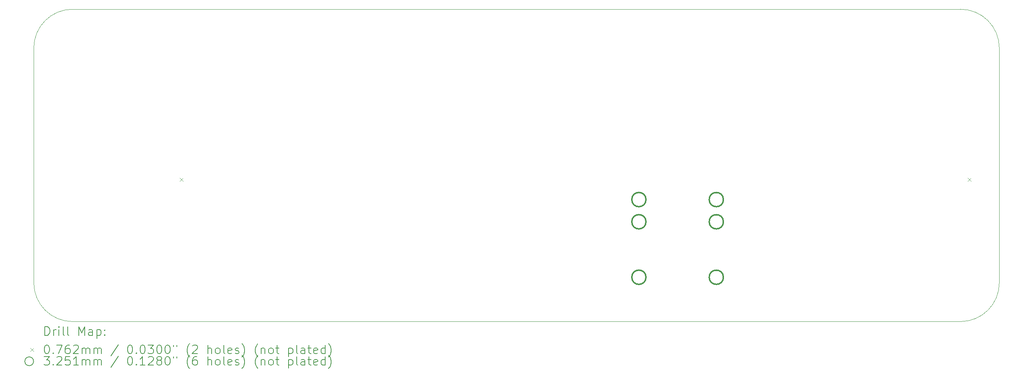
<source format=gbr>
%TF.GenerationSoftware,KiCad,Pcbnew,(6.0.8)*%
%TF.CreationDate,2022-11-10T12:51:54+01:00*%
%TF.ProjectId,hoatzin,686f6174-7a69-46e2-9e6b-696361645f70,rev?*%
%TF.SameCoordinates,Original*%
%TF.FileFunction,Drillmap*%
%TF.FilePolarity,Positive*%
%FSLAX45Y45*%
G04 Gerber Fmt 4.5, Leading zero omitted, Abs format (unit mm)*
G04 Created by KiCad (PCBNEW (6.0.8)) date 2022-11-10 12:51:54*
%MOMM*%
%LPD*%
G01*
G04 APERTURE LIST*
%ADD10C,0.100000*%
%ADD11C,0.200000*%
%ADD12C,0.076200*%
%ADD13C,0.325120*%
G04 APERTURE END LIST*
D10*
X25273000Y-5950000D02*
G75*
G03*
X24384000Y-5061000I-889000J0D01*
G01*
X24384000Y-12211000D02*
G75*
G03*
X25273000Y-11322000I0J889000D01*
G01*
X24384000Y-5061000D02*
X4064000Y-5061000D01*
X4064000Y-5061000D02*
G75*
G03*
X3175000Y-5950000I0J-889000D01*
G01*
X24384000Y-12211000D02*
X4064000Y-12211000D01*
X3175000Y-11322000D02*
X3175000Y-5950000D01*
X3175000Y-11322000D02*
G75*
G03*
X4064000Y-12211000I889000J0D01*
G01*
X25273000Y-5950000D02*
X25273000Y-11322000D01*
D11*
D12*
X6515100Y-8925560D02*
X6591300Y-9001760D01*
X6591300Y-8925560D02*
X6515100Y-9001760D01*
X24549100Y-8925560D02*
X24625300Y-9001760D01*
X24625300Y-8925560D02*
X24549100Y-9001760D01*
D13*
X17186560Y-9418300D02*
G75*
G03*
X17186560Y-9418300I-162560J0D01*
G01*
X17186560Y-9926300D02*
G75*
G03*
X17186560Y-9926300I-162560J0D01*
G01*
X17186560Y-11196300D02*
G75*
G03*
X17186560Y-11196300I-162560J0D01*
G01*
X18958560Y-9418300D02*
G75*
G03*
X18958560Y-9418300I-162560J0D01*
G01*
X18958560Y-9926300D02*
G75*
G03*
X18958560Y-9926300I-162560J0D01*
G01*
X18958560Y-11196300D02*
G75*
G03*
X18958560Y-11196300I-162560J0D01*
G01*
D11*
X3427619Y-12526476D02*
X3427619Y-12326476D01*
X3475238Y-12326476D01*
X3503809Y-12336000D01*
X3522857Y-12355048D01*
X3532381Y-12374095D01*
X3541905Y-12412190D01*
X3541905Y-12440762D01*
X3532381Y-12478857D01*
X3522857Y-12497905D01*
X3503809Y-12516952D01*
X3475238Y-12526476D01*
X3427619Y-12526476D01*
X3627619Y-12526476D02*
X3627619Y-12393143D01*
X3627619Y-12431238D02*
X3637143Y-12412190D01*
X3646667Y-12402667D01*
X3665714Y-12393143D01*
X3684762Y-12393143D01*
X3751428Y-12526476D02*
X3751428Y-12393143D01*
X3751428Y-12326476D02*
X3741905Y-12336000D01*
X3751428Y-12345524D01*
X3760952Y-12336000D01*
X3751428Y-12326476D01*
X3751428Y-12345524D01*
X3875238Y-12526476D02*
X3856190Y-12516952D01*
X3846667Y-12497905D01*
X3846667Y-12326476D01*
X3980000Y-12526476D02*
X3960952Y-12516952D01*
X3951428Y-12497905D01*
X3951428Y-12326476D01*
X4208571Y-12526476D02*
X4208571Y-12326476D01*
X4275238Y-12469333D01*
X4341905Y-12326476D01*
X4341905Y-12526476D01*
X4522857Y-12526476D02*
X4522857Y-12421714D01*
X4513333Y-12402667D01*
X4494286Y-12393143D01*
X4456190Y-12393143D01*
X4437143Y-12402667D01*
X4522857Y-12516952D02*
X4503810Y-12526476D01*
X4456190Y-12526476D01*
X4437143Y-12516952D01*
X4427619Y-12497905D01*
X4427619Y-12478857D01*
X4437143Y-12459809D01*
X4456190Y-12450286D01*
X4503810Y-12450286D01*
X4522857Y-12440762D01*
X4618095Y-12393143D02*
X4618095Y-12593143D01*
X4618095Y-12402667D02*
X4637143Y-12393143D01*
X4675238Y-12393143D01*
X4694286Y-12402667D01*
X4703810Y-12412190D01*
X4713333Y-12431238D01*
X4713333Y-12488381D01*
X4703810Y-12507428D01*
X4694286Y-12516952D01*
X4675238Y-12526476D01*
X4637143Y-12526476D01*
X4618095Y-12516952D01*
X4799048Y-12507428D02*
X4808571Y-12516952D01*
X4799048Y-12526476D01*
X4789524Y-12516952D01*
X4799048Y-12507428D01*
X4799048Y-12526476D01*
X4799048Y-12402667D02*
X4808571Y-12412190D01*
X4799048Y-12421714D01*
X4789524Y-12412190D01*
X4799048Y-12402667D01*
X4799048Y-12421714D01*
D12*
X3093800Y-12817900D02*
X3170000Y-12894100D01*
X3170000Y-12817900D02*
X3093800Y-12894100D01*
D11*
X3465714Y-12746476D02*
X3484762Y-12746476D01*
X3503809Y-12756000D01*
X3513333Y-12765524D01*
X3522857Y-12784571D01*
X3532381Y-12822667D01*
X3532381Y-12870286D01*
X3522857Y-12908381D01*
X3513333Y-12927428D01*
X3503809Y-12936952D01*
X3484762Y-12946476D01*
X3465714Y-12946476D01*
X3446667Y-12936952D01*
X3437143Y-12927428D01*
X3427619Y-12908381D01*
X3418095Y-12870286D01*
X3418095Y-12822667D01*
X3427619Y-12784571D01*
X3437143Y-12765524D01*
X3446667Y-12756000D01*
X3465714Y-12746476D01*
X3618095Y-12927428D02*
X3627619Y-12936952D01*
X3618095Y-12946476D01*
X3608571Y-12936952D01*
X3618095Y-12927428D01*
X3618095Y-12946476D01*
X3694286Y-12746476D02*
X3827619Y-12746476D01*
X3741905Y-12946476D01*
X3989524Y-12746476D02*
X3951428Y-12746476D01*
X3932381Y-12756000D01*
X3922857Y-12765524D01*
X3903809Y-12794095D01*
X3894286Y-12832190D01*
X3894286Y-12908381D01*
X3903809Y-12927428D01*
X3913333Y-12936952D01*
X3932381Y-12946476D01*
X3970476Y-12946476D01*
X3989524Y-12936952D01*
X3999048Y-12927428D01*
X4008571Y-12908381D01*
X4008571Y-12860762D01*
X3999048Y-12841714D01*
X3989524Y-12832190D01*
X3970476Y-12822667D01*
X3932381Y-12822667D01*
X3913333Y-12832190D01*
X3903809Y-12841714D01*
X3894286Y-12860762D01*
X4084762Y-12765524D02*
X4094286Y-12756000D01*
X4113333Y-12746476D01*
X4160952Y-12746476D01*
X4180000Y-12756000D01*
X4189524Y-12765524D01*
X4199048Y-12784571D01*
X4199048Y-12803619D01*
X4189524Y-12832190D01*
X4075238Y-12946476D01*
X4199048Y-12946476D01*
X4284762Y-12946476D02*
X4284762Y-12813143D01*
X4284762Y-12832190D02*
X4294286Y-12822667D01*
X4313333Y-12813143D01*
X4341905Y-12813143D01*
X4360952Y-12822667D01*
X4370476Y-12841714D01*
X4370476Y-12946476D01*
X4370476Y-12841714D02*
X4380000Y-12822667D01*
X4399048Y-12813143D01*
X4427619Y-12813143D01*
X4446667Y-12822667D01*
X4456190Y-12841714D01*
X4456190Y-12946476D01*
X4551429Y-12946476D02*
X4551429Y-12813143D01*
X4551429Y-12832190D02*
X4560952Y-12822667D01*
X4580000Y-12813143D01*
X4608571Y-12813143D01*
X4627619Y-12822667D01*
X4637143Y-12841714D01*
X4637143Y-12946476D01*
X4637143Y-12841714D02*
X4646667Y-12822667D01*
X4665714Y-12813143D01*
X4694286Y-12813143D01*
X4713333Y-12822667D01*
X4722857Y-12841714D01*
X4722857Y-12946476D01*
X5113333Y-12736952D02*
X4941905Y-12994095D01*
X5370476Y-12746476D02*
X5389524Y-12746476D01*
X5408571Y-12756000D01*
X5418095Y-12765524D01*
X5427619Y-12784571D01*
X5437143Y-12822667D01*
X5437143Y-12870286D01*
X5427619Y-12908381D01*
X5418095Y-12927428D01*
X5408571Y-12936952D01*
X5389524Y-12946476D01*
X5370476Y-12946476D01*
X5351429Y-12936952D01*
X5341905Y-12927428D01*
X5332381Y-12908381D01*
X5322857Y-12870286D01*
X5322857Y-12822667D01*
X5332381Y-12784571D01*
X5341905Y-12765524D01*
X5351429Y-12756000D01*
X5370476Y-12746476D01*
X5522857Y-12927428D02*
X5532381Y-12936952D01*
X5522857Y-12946476D01*
X5513333Y-12936952D01*
X5522857Y-12927428D01*
X5522857Y-12946476D01*
X5656190Y-12746476D02*
X5675238Y-12746476D01*
X5694286Y-12756000D01*
X5703809Y-12765524D01*
X5713333Y-12784571D01*
X5722857Y-12822667D01*
X5722857Y-12870286D01*
X5713333Y-12908381D01*
X5703809Y-12927428D01*
X5694286Y-12936952D01*
X5675238Y-12946476D01*
X5656190Y-12946476D01*
X5637143Y-12936952D01*
X5627619Y-12927428D01*
X5618095Y-12908381D01*
X5608571Y-12870286D01*
X5608571Y-12822667D01*
X5618095Y-12784571D01*
X5627619Y-12765524D01*
X5637143Y-12756000D01*
X5656190Y-12746476D01*
X5789524Y-12746476D02*
X5913333Y-12746476D01*
X5846667Y-12822667D01*
X5875238Y-12822667D01*
X5894286Y-12832190D01*
X5903809Y-12841714D01*
X5913333Y-12860762D01*
X5913333Y-12908381D01*
X5903809Y-12927428D01*
X5894286Y-12936952D01*
X5875238Y-12946476D01*
X5818095Y-12946476D01*
X5799048Y-12936952D01*
X5789524Y-12927428D01*
X6037143Y-12746476D02*
X6056190Y-12746476D01*
X6075238Y-12756000D01*
X6084762Y-12765524D01*
X6094286Y-12784571D01*
X6103809Y-12822667D01*
X6103809Y-12870286D01*
X6094286Y-12908381D01*
X6084762Y-12927428D01*
X6075238Y-12936952D01*
X6056190Y-12946476D01*
X6037143Y-12946476D01*
X6018095Y-12936952D01*
X6008571Y-12927428D01*
X5999048Y-12908381D01*
X5989524Y-12870286D01*
X5989524Y-12822667D01*
X5999048Y-12784571D01*
X6008571Y-12765524D01*
X6018095Y-12756000D01*
X6037143Y-12746476D01*
X6227619Y-12746476D02*
X6246667Y-12746476D01*
X6265714Y-12756000D01*
X6275238Y-12765524D01*
X6284762Y-12784571D01*
X6294286Y-12822667D01*
X6294286Y-12870286D01*
X6284762Y-12908381D01*
X6275238Y-12927428D01*
X6265714Y-12936952D01*
X6246667Y-12946476D01*
X6227619Y-12946476D01*
X6208571Y-12936952D01*
X6199048Y-12927428D01*
X6189524Y-12908381D01*
X6180000Y-12870286D01*
X6180000Y-12822667D01*
X6189524Y-12784571D01*
X6199048Y-12765524D01*
X6208571Y-12756000D01*
X6227619Y-12746476D01*
X6370476Y-12746476D02*
X6370476Y-12784571D01*
X6446667Y-12746476D02*
X6446667Y-12784571D01*
X6741905Y-13022667D02*
X6732381Y-13013143D01*
X6713333Y-12984571D01*
X6703809Y-12965524D01*
X6694286Y-12936952D01*
X6684762Y-12889333D01*
X6684762Y-12851238D01*
X6694286Y-12803619D01*
X6703809Y-12775048D01*
X6713333Y-12756000D01*
X6732381Y-12727428D01*
X6741905Y-12717905D01*
X6808571Y-12765524D02*
X6818095Y-12756000D01*
X6837143Y-12746476D01*
X6884762Y-12746476D01*
X6903809Y-12756000D01*
X6913333Y-12765524D01*
X6922857Y-12784571D01*
X6922857Y-12803619D01*
X6913333Y-12832190D01*
X6799048Y-12946476D01*
X6922857Y-12946476D01*
X7160952Y-12946476D02*
X7160952Y-12746476D01*
X7246667Y-12946476D02*
X7246667Y-12841714D01*
X7237143Y-12822667D01*
X7218095Y-12813143D01*
X7189524Y-12813143D01*
X7170476Y-12822667D01*
X7160952Y-12832190D01*
X7370476Y-12946476D02*
X7351428Y-12936952D01*
X7341905Y-12927428D01*
X7332381Y-12908381D01*
X7332381Y-12851238D01*
X7341905Y-12832190D01*
X7351428Y-12822667D01*
X7370476Y-12813143D01*
X7399048Y-12813143D01*
X7418095Y-12822667D01*
X7427619Y-12832190D01*
X7437143Y-12851238D01*
X7437143Y-12908381D01*
X7427619Y-12927428D01*
X7418095Y-12936952D01*
X7399048Y-12946476D01*
X7370476Y-12946476D01*
X7551428Y-12946476D02*
X7532381Y-12936952D01*
X7522857Y-12917905D01*
X7522857Y-12746476D01*
X7703809Y-12936952D02*
X7684762Y-12946476D01*
X7646667Y-12946476D01*
X7627619Y-12936952D01*
X7618095Y-12917905D01*
X7618095Y-12841714D01*
X7627619Y-12822667D01*
X7646667Y-12813143D01*
X7684762Y-12813143D01*
X7703809Y-12822667D01*
X7713333Y-12841714D01*
X7713333Y-12860762D01*
X7618095Y-12879809D01*
X7789524Y-12936952D02*
X7808571Y-12946476D01*
X7846667Y-12946476D01*
X7865714Y-12936952D01*
X7875238Y-12917905D01*
X7875238Y-12908381D01*
X7865714Y-12889333D01*
X7846667Y-12879809D01*
X7818095Y-12879809D01*
X7799048Y-12870286D01*
X7789524Y-12851238D01*
X7789524Y-12841714D01*
X7799048Y-12822667D01*
X7818095Y-12813143D01*
X7846667Y-12813143D01*
X7865714Y-12822667D01*
X7941905Y-13022667D02*
X7951428Y-13013143D01*
X7970476Y-12984571D01*
X7980000Y-12965524D01*
X7989524Y-12936952D01*
X7999048Y-12889333D01*
X7999048Y-12851238D01*
X7989524Y-12803619D01*
X7980000Y-12775048D01*
X7970476Y-12756000D01*
X7951428Y-12727428D01*
X7941905Y-12717905D01*
X8303809Y-13022667D02*
X8294286Y-13013143D01*
X8275238Y-12984571D01*
X8265714Y-12965524D01*
X8256190Y-12936952D01*
X8246667Y-12889333D01*
X8246667Y-12851238D01*
X8256190Y-12803619D01*
X8265714Y-12775048D01*
X8275238Y-12756000D01*
X8294286Y-12727428D01*
X8303809Y-12717905D01*
X8380000Y-12813143D02*
X8380000Y-12946476D01*
X8380000Y-12832190D02*
X8389524Y-12822667D01*
X8408571Y-12813143D01*
X8437143Y-12813143D01*
X8456190Y-12822667D01*
X8465714Y-12841714D01*
X8465714Y-12946476D01*
X8589524Y-12946476D02*
X8570476Y-12936952D01*
X8560952Y-12927428D01*
X8551429Y-12908381D01*
X8551429Y-12851238D01*
X8560952Y-12832190D01*
X8570476Y-12822667D01*
X8589524Y-12813143D01*
X8618095Y-12813143D01*
X8637143Y-12822667D01*
X8646667Y-12832190D01*
X8656190Y-12851238D01*
X8656190Y-12908381D01*
X8646667Y-12927428D01*
X8637143Y-12936952D01*
X8618095Y-12946476D01*
X8589524Y-12946476D01*
X8713333Y-12813143D02*
X8789524Y-12813143D01*
X8741905Y-12746476D02*
X8741905Y-12917905D01*
X8751429Y-12936952D01*
X8770476Y-12946476D01*
X8789524Y-12946476D01*
X9008571Y-12813143D02*
X9008571Y-13013143D01*
X9008571Y-12822667D02*
X9027619Y-12813143D01*
X9065714Y-12813143D01*
X9084762Y-12822667D01*
X9094286Y-12832190D01*
X9103810Y-12851238D01*
X9103810Y-12908381D01*
X9094286Y-12927428D01*
X9084762Y-12936952D01*
X9065714Y-12946476D01*
X9027619Y-12946476D01*
X9008571Y-12936952D01*
X9218095Y-12946476D02*
X9199048Y-12936952D01*
X9189524Y-12917905D01*
X9189524Y-12746476D01*
X9380000Y-12946476D02*
X9380000Y-12841714D01*
X9370476Y-12822667D01*
X9351429Y-12813143D01*
X9313333Y-12813143D01*
X9294286Y-12822667D01*
X9380000Y-12936952D02*
X9360952Y-12946476D01*
X9313333Y-12946476D01*
X9294286Y-12936952D01*
X9284762Y-12917905D01*
X9284762Y-12898857D01*
X9294286Y-12879809D01*
X9313333Y-12870286D01*
X9360952Y-12870286D01*
X9380000Y-12860762D01*
X9446667Y-12813143D02*
X9522857Y-12813143D01*
X9475238Y-12746476D02*
X9475238Y-12917905D01*
X9484762Y-12936952D01*
X9503810Y-12946476D01*
X9522857Y-12946476D01*
X9665714Y-12936952D02*
X9646667Y-12946476D01*
X9608571Y-12946476D01*
X9589524Y-12936952D01*
X9580000Y-12917905D01*
X9580000Y-12841714D01*
X9589524Y-12822667D01*
X9608571Y-12813143D01*
X9646667Y-12813143D01*
X9665714Y-12822667D01*
X9675238Y-12841714D01*
X9675238Y-12860762D01*
X9580000Y-12879809D01*
X9846667Y-12946476D02*
X9846667Y-12746476D01*
X9846667Y-12936952D02*
X9827619Y-12946476D01*
X9789524Y-12946476D01*
X9770476Y-12936952D01*
X9760952Y-12927428D01*
X9751429Y-12908381D01*
X9751429Y-12851238D01*
X9760952Y-12832190D01*
X9770476Y-12822667D01*
X9789524Y-12813143D01*
X9827619Y-12813143D01*
X9846667Y-12822667D01*
X9922857Y-13022667D02*
X9932381Y-13013143D01*
X9951429Y-12984571D01*
X9960952Y-12965524D01*
X9970476Y-12936952D01*
X9980000Y-12889333D01*
X9980000Y-12851238D01*
X9970476Y-12803619D01*
X9960952Y-12775048D01*
X9951429Y-12756000D01*
X9932381Y-12727428D01*
X9922857Y-12717905D01*
X3170000Y-13120000D02*
G75*
G03*
X3170000Y-13120000I-100000J0D01*
G01*
X3408571Y-13010476D02*
X3532381Y-13010476D01*
X3465714Y-13086667D01*
X3494286Y-13086667D01*
X3513333Y-13096190D01*
X3522857Y-13105714D01*
X3532381Y-13124762D01*
X3532381Y-13172381D01*
X3522857Y-13191428D01*
X3513333Y-13200952D01*
X3494286Y-13210476D01*
X3437143Y-13210476D01*
X3418095Y-13200952D01*
X3408571Y-13191428D01*
X3618095Y-13191428D02*
X3627619Y-13200952D01*
X3618095Y-13210476D01*
X3608571Y-13200952D01*
X3618095Y-13191428D01*
X3618095Y-13210476D01*
X3703809Y-13029524D02*
X3713333Y-13020000D01*
X3732381Y-13010476D01*
X3780000Y-13010476D01*
X3799048Y-13020000D01*
X3808571Y-13029524D01*
X3818095Y-13048571D01*
X3818095Y-13067619D01*
X3808571Y-13096190D01*
X3694286Y-13210476D01*
X3818095Y-13210476D01*
X3999048Y-13010476D02*
X3903809Y-13010476D01*
X3894286Y-13105714D01*
X3903809Y-13096190D01*
X3922857Y-13086667D01*
X3970476Y-13086667D01*
X3989524Y-13096190D01*
X3999048Y-13105714D01*
X4008571Y-13124762D01*
X4008571Y-13172381D01*
X3999048Y-13191428D01*
X3989524Y-13200952D01*
X3970476Y-13210476D01*
X3922857Y-13210476D01*
X3903809Y-13200952D01*
X3894286Y-13191428D01*
X4199048Y-13210476D02*
X4084762Y-13210476D01*
X4141905Y-13210476D02*
X4141905Y-13010476D01*
X4122857Y-13039048D01*
X4103809Y-13058095D01*
X4084762Y-13067619D01*
X4284762Y-13210476D02*
X4284762Y-13077143D01*
X4284762Y-13096190D02*
X4294286Y-13086667D01*
X4313333Y-13077143D01*
X4341905Y-13077143D01*
X4360952Y-13086667D01*
X4370476Y-13105714D01*
X4370476Y-13210476D01*
X4370476Y-13105714D02*
X4380000Y-13086667D01*
X4399048Y-13077143D01*
X4427619Y-13077143D01*
X4446667Y-13086667D01*
X4456190Y-13105714D01*
X4456190Y-13210476D01*
X4551429Y-13210476D02*
X4551429Y-13077143D01*
X4551429Y-13096190D02*
X4560952Y-13086667D01*
X4580000Y-13077143D01*
X4608571Y-13077143D01*
X4627619Y-13086667D01*
X4637143Y-13105714D01*
X4637143Y-13210476D01*
X4637143Y-13105714D02*
X4646667Y-13086667D01*
X4665714Y-13077143D01*
X4694286Y-13077143D01*
X4713333Y-13086667D01*
X4722857Y-13105714D01*
X4722857Y-13210476D01*
X5113333Y-13000952D02*
X4941905Y-13258095D01*
X5370476Y-13010476D02*
X5389524Y-13010476D01*
X5408571Y-13020000D01*
X5418095Y-13029524D01*
X5427619Y-13048571D01*
X5437143Y-13086667D01*
X5437143Y-13134286D01*
X5427619Y-13172381D01*
X5418095Y-13191428D01*
X5408571Y-13200952D01*
X5389524Y-13210476D01*
X5370476Y-13210476D01*
X5351429Y-13200952D01*
X5341905Y-13191428D01*
X5332381Y-13172381D01*
X5322857Y-13134286D01*
X5322857Y-13086667D01*
X5332381Y-13048571D01*
X5341905Y-13029524D01*
X5351429Y-13020000D01*
X5370476Y-13010476D01*
X5522857Y-13191428D02*
X5532381Y-13200952D01*
X5522857Y-13210476D01*
X5513333Y-13200952D01*
X5522857Y-13191428D01*
X5522857Y-13210476D01*
X5722857Y-13210476D02*
X5608571Y-13210476D01*
X5665714Y-13210476D02*
X5665714Y-13010476D01*
X5646667Y-13039048D01*
X5627619Y-13058095D01*
X5608571Y-13067619D01*
X5799048Y-13029524D02*
X5808571Y-13020000D01*
X5827619Y-13010476D01*
X5875238Y-13010476D01*
X5894286Y-13020000D01*
X5903809Y-13029524D01*
X5913333Y-13048571D01*
X5913333Y-13067619D01*
X5903809Y-13096190D01*
X5789524Y-13210476D01*
X5913333Y-13210476D01*
X6027619Y-13096190D02*
X6008571Y-13086667D01*
X5999048Y-13077143D01*
X5989524Y-13058095D01*
X5989524Y-13048571D01*
X5999048Y-13029524D01*
X6008571Y-13020000D01*
X6027619Y-13010476D01*
X6065714Y-13010476D01*
X6084762Y-13020000D01*
X6094286Y-13029524D01*
X6103809Y-13048571D01*
X6103809Y-13058095D01*
X6094286Y-13077143D01*
X6084762Y-13086667D01*
X6065714Y-13096190D01*
X6027619Y-13096190D01*
X6008571Y-13105714D01*
X5999048Y-13115238D01*
X5989524Y-13134286D01*
X5989524Y-13172381D01*
X5999048Y-13191428D01*
X6008571Y-13200952D01*
X6027619Y-13210476D01*
X6065714Y-13210476D01*
X6084762Y-13200952D01*
X6094286Y-13191428D01*
X6103809Y-13172381D01*
X6103809Y-13134286D01*
X6094286Y-13115238D01*
X6084762Y-13105714D01*
X6065714Y-13096190D01*
X6227619Y-13010476D02*
X6246667Y-13010476D01*
X6265714Y-13020000D01*
X6275238Y-13029524D01*
X6284762Y-13048571D01*
X6294286Y-13086667D01*
X6294286Y-13134286D01*
X6284762Y-13172381D01*
X6275238Y-13191428D01*
X6265714Y-13200952D01*
X6246667Y-13210476D01*
X6227619Y-13210476D01*
X6208571Y-13200952D01*
X6199048Y-13191428D01*
X6189524Y-13172381D01*
X6180000Y-13134286D01*
X6180000Y-13086667D01*
X6189524Y-13048571D01*
X6199048Y-13029524D01*
X6208571Y-13020000D01*
X6227619Y-13010476D01*
X6370476Y-13010476D02*
X6370476Y-13048571D01*
X6446667Y-13010476D02*
X6446667Y-13048571D01*
X6741905Y-13286667D02*
X6732381Y-13277143D01*
X6713333Y-13248571D01*
X6703809Y-13229524D01*
X6694286Y-13200952D01*
X6684762Y-13153333D01*
X6684762Y-13115238D01*
X6694286Y-13067619D01*
X6703809Y-13039048D01*
X6713333Y-13020000D01*
X6732381Y-12991428D01*
X6741905Y-12981905D01*
X6903809Y-13010476D02*
X6865714Y-13010476D01*
X6846667Y-13020000D01*
X6837143Y-13029524D01*
X6818095Y-13058095D01*
X6808571Y-13096190D01*
X6808571Y-13172381D01*
X6818095Y-13191428D01*
X6827619Y-13200952D01*
X6846667Y-13210476D01*
X6884762Y-13210476D01*
X6903809Y-13200952D01*
X6913333Y-13191428D01*
X6922857Y-13172381D01*
X6922857Y-13124762D01*
X6913333Y-13105714D01*
X6903809Y-13096190D01*
X6884762Y-13086667D01*
X6846667Y-13086667D01*
X6827619Y-13096190D01*
X6818095Y-13105714D01*
X6808571Y-13124762D01*
X7160952Y-13210476D02*
X7160952Y-13010476D01*
X7246667Y-13210476D02*
X7246667Y-13105714D01*
X7237143Y-13086667D01*
X7218095Y-13077143D01*
X7189524Y-13077143D01*
X7170476Y-13086667D01*
X7160952Y-13096190D01*
X7370476Y-13210476D02*
X7351428Y-13200952D01*
X7341905Y-13191428D01*
X7332381Y-13172381D01*
X7332381Y-13115238D01*
X7341905Y-13096190D01*
X7351428Y-13086667D01*
X7370476Y-13077143D01*
X7399048Y-13077143D01*
X7418095Y-13086667D01*
X7427619Y-13096190D01*
X7437143Y-13115238D01*
X7437143Y-13172381D01*
X7427619Y-13191428D01*
X7418095Y-13200952D01*
X7399048Y-13210476D01*
X7370476Y-13210476D01*
X7551428Y-13210476D02*
X7532381Y-13200952D01*
X7522857Y-13181905D01*
X7522857Y-13010476D01*
X7703809Y-13200952D02*
X7684762Y-13210476D01*
X7646667Y-13210476D01*
X7627619Y-13200952D01*
X7618095Y-13181905D01*
X7618095Y-13105714D01*
X7627619Y-13086667D01*
X7646667Y-13077143D01*
X7684762Y-13077143D01*
X7703809Y-13086667D01*
X7713333Y-13105714D01*
X7713333Y-13124762D01*
X7618095Y-13143809D01*
X7789524Y-13200952D02*
X7808571Y-13210476D01*
X7846667Y-13210476D01*
X7865714Y-13200952D01*
X7875238Y-13181905D01*
X7875238Y-13172381D01*
X7865714Y-13153333D01*
X7846667Y-13143809D01*
X7818095Y-13143809D01*
X7799048Y-13134286D01*
X7789524Y-13115238D01*
X7789524Y-13105714D01*
X7799048Y-13086667D01*
X7818095Y-13077143D01*
X7846667Y-13077143D01*
X7865714Y-13086667D01*
X7941905Y-13286667D02*
X7951428Y-13277143D01*
X7970476Y-13248571D01*
X7980000Y-13229524D01*
X7989524Y-13200952D01*
X7999048Y-13153333D01*
X7999048Y-13115238D01*
X7989524Y-13067619D01*
X7980000Y-13039048D01*
X7970476Y-13020000D01*
X7951428Y-12991428D01*
X7941905Y-12981905D01*
X8303809Y-13286667D02*
X8294286Y-13277143D01*
X8275238Y-13248571D01*
X8265714Y-13229524D01*
X8256190Y-13200952D01*
X8246667Y-13153333D01*
X8246667Y-13115238D01*
X8256190Y-13067619D01*
X8265714Y-13039048D01*
X8275238Y-13020000D01*
X8294286Y-12991428D01*
X8303809Y-12981905D01*
X8380000Y-13077143D02*
X8380000Y-13210476D01*
X8380000Y-13096190D02*
X8389524Y-13086667D01*
X8408571Y-13077143D01*
X8437143Y-13077143D01*
X8456190Y-13086667D01*
X8465714Y-13105714D01*
X8465714Y-13210476D01*
X8589524Y-13210476D02*
X8570476Y-13200952D01*
X8560952Y-13191428D01*
X8551429Y-13172381D01*
X8551429Y-13115238D01*
X8560952Y-13096190D01*
X8570476Y-13086667D01*
X8589524Y-13077143D01*
X8618095Y-13077143D01*
X8637143Y-13086667D01*
X8646667Y-13096190D01*
X8656190Y-13115238D01*
X8656190Y-13172381D01*
X8646667Y-13191428D01*
X8637143Y-13200952D01*
X8618095Y-13210476D01*
X8589524Y-13210476D01*
X8713333Y-13077143D02*
X8789524Y-13077143D01*
X8741905Y-13010476D02*
X8741905Y-13181905D01*
X8751429Y-13200952D01*
X8770476Y-13210476D01*
X8789524Y-13210476D01*
X9008571Y-13077143D02*
X9008571Y-13277143D01*
X9008571Y-13086667D02*
X9027619Y-13077143D01*
X9065714Y-13077143D01*
X9084762Y-13086667D01*
X9094286Y-13096190D01*
X9103810Y-13115238D01*
X9103810Y-13172381D01*
X9094286Y-13191428D01*
X9084762Y-13200952D01*
X9065714Y-13210476D01*
X9027619Y-13210476D01*
X9008571Y-13200952D01*
X9218095Y-13210476D02*
X9199048Y-13200952D01*
X9189524Y-13181905D01*
X9189524Y-13010476D01*
X9380000Y-13210476D02*
X9380000Y-13105714D01*
X9370476Y-13086667D01*
X9351429Y-13077143D01*
X9313333Y-13077143D01*
X9294286Y-13086667D01*
X9380000Y-13200952D02*
X9360952Y-13210476D01*
X9313333Y-13210476D01*
X9294286Y-13200952D01*
X9284762Y-13181905D01*
X9284762Y-13162857D01*
X9294286Y-13143809D01*
X9313333Y-13134286D01*
X9360952Y-13134286D01*
X9380000Y-13124762D01*
X9446667Y-13077143D02*
X9522857Y-13077143D01*
X9475238Y-13010476D02*
X9475238Y-13181905D01*
X9484762Y-13200952D01*
X9503810Y-13210476D01*
X9522857Y-13210476D01*
X9665714Y-13200952D02*
X9646667Y-13210476D01*
X9608571Y-13210476D01*
X9589524Y-13200952D01*
X9580000Y-13181905D01*
X9580000Y-13105714D01*
X9589524Y-13086667D01*
X9608571Y-13077143D01*
X9646667Y-13077143D01*
X9665714Y-13086667D01*
X9675238Y-13105714D01*
X9675238Y-13124762D01*
X9580000Y-13143809D01*
X9846667Y-13210476D02*
X9846667Y-13010476D01*
X9846667Y-13200952D02*
X9827619Y-13210476D01*
X9789524Y-13210476D01*
X9770476Y-13200952D01*
X9760952Y-13191428D01*
X9751429Y-13172381D01*
X9751429Y-13115238D01*
X9760952Y-13096190D01*
X9770476Y-13086667D01*
X9789524Y-13077143D01*
X9827619Y-13077143D01*
X9846667Y-13086667D01*
X9922857Y-13286667D02*
X9932381Y-13277143D01*
X9951429Y-13248571D01*
X9960952Y-13229524D01*
X9970476Y-13200952D01*
X9980000Y-13153333D01*
X9980000Y-13115238D01*
X9970476Y-13067619D01*
X9960952Y-13039048D01*
X9951429Y-13020000D01*
X9932381Y-12991428D01*
X9922857Y-12981905D01*
M02*

</source>
